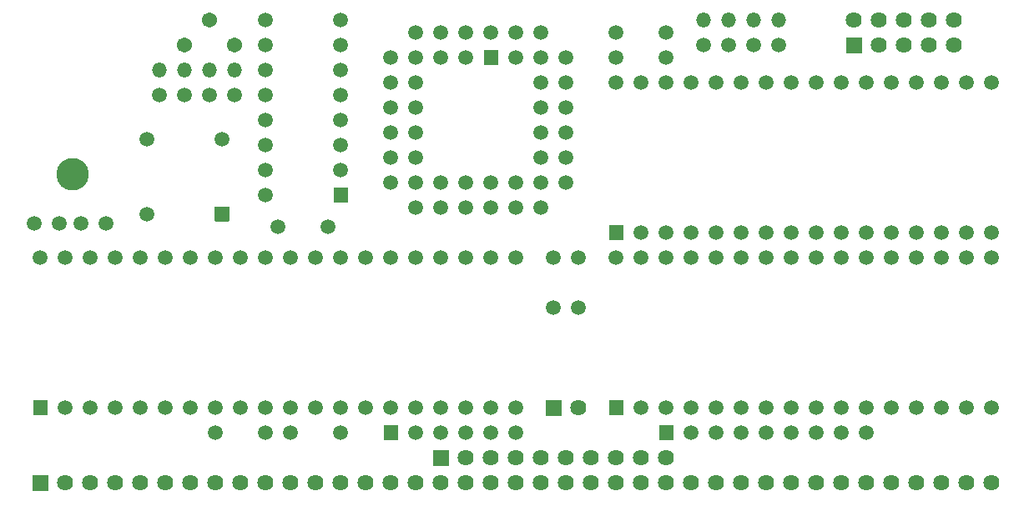
<source format=gbr>
G04 #@! TF.GenerationSoftware,KiCad,Pcbnew,(5.1.8)-1*
G04 #@! TF.CreationDate,2020-12-20T12:09:40-08:00*
G04 #@! TF.ProjectId,Z80_CPU_Memory,5a38305f-4350-4555-9f4d-656d6f72792e,rev?*
G04 #@! TF.SameCoordinates,Original*
G04 #@! TF.FileFunction,Soldermask,Top*
G04 #@! TF.FilePolarity,Negative*
%FSLAX46Y46*%
G04 Gerber Fmt 4.6, Leading zero omitted, Abs format (unit mm)*
G04 Created by KiCad (PCBNEW (5.1.8)-1) date 2020-12-20 12:09:40*
%MOMM*%
%LPD*%
G01*
G04 APERTURE LIST*
%ADD10C,1.499000*%
%ADD11C,3.302000*%
%ADD12C,1.626000*%
%ADD13O,1.502000X1.502000*%
%ADD14C,1.502000*%
%ADD15C,1.542000*%
G04 APERTURE END LIST*
G36*
G01*
X126250500Y-120078501D02*
X126250500Y-118681499D01*
G75*
G02*
X126301499Y-118630500I50999J0D01*
G01*
X127698501Y-118630500D01*
G75*
G02*
X127749500Y-118681499I0J-50999D01*
G01*
X127749500Y-120078501D01*
G75*
G02*
X127698501Y-120129500I-50999J0D01*
G01*
X126301499Y-120129500D01*
G75*
G02*
X126250500Y-120078501I0J50999D01*
G01*
G37*
D10*
X129540000Y-119380000D03*
X132080000Y-119380000D03*
X134620000Y-119380000D03*
X137160000Y-119380000D03*
X139700000Y-119380000D03*
X142240000Y-119380000D03*
X144780000Y-119380000D03*
X147320000Y-119380000D03*
X149860000Y-119380000D03*
X152400000Y-119380000D03*
X154940000Y-119380000D03*
X157480000Y-119380000D03*
X160020000Y-119380000D03*
X162560000Y-119380000D03*
X165100000Y-119380000D03*
X167640000Y-119380000D03*
X170180000Y-119380000D03*
X172720000Y-119380000D03*
X175260000Y-119380000D03*
X175260000Y-104140000D03*
X172720000Y-104140000D03*
X170180000Y-104140000D03*
X167640000Y-104140000D03*
X165100000Y-104140000D03*
X162560000Y-104140000D03*
X160020000Y-104140000D03*
X157480000Y-104140000D03*
X154940000Y-104140000D03*
X152400000Y-104140000D03*
X149860000Y-104140000D03*
X147320000Y-104140000D03*
X144780000Y-104140000D03*
X142240000Y-104140000D03*
X139700000Y-104140000D03*
X137160000Y-104140000D03*
X134620000Y-104140000D03*
X132080000Y-104140000D03*
X129540000Y-104140000D03*
X127000000Y-104140000D03*
G36*
G01*
X158178501Y-98539500D02*
X156781499Y-98539500D01*
G75*
G02*
X156730500Y-98488501I0J50999D01*
G01*
X156730500Y-97091499D01*
G75*
G02*
X156781499Y-97040500I50999J0D01*
G01*
X158178501Y-97040500D01*
G75*
G02*
X158229500Y-97091499I0J-50999D01*
G01*
X158229500Y-98488501D01*
G75*
G02*
X158178501Y-98539500I-50999J0D01*
G01*
G37*
X157480000Y-95250000D03*
X157480000Y-92710000D03*
X157480000Y-90170000D03*
X157480000Y-87630000D03*
X157480000Y-85090000D03*
X157480000Y-82550000D03*
X157480000Y-80010000D03*
X149860000Y-80010000D03*
X149860000Y-82550000D03*
X149860000Y-85090000D03*
X149860000Y-87630000D03*
X149860000Y-90170000D03*
X149860000Y-92710000D03*
X149860000Y-95250000D03*
X149860000Y-97790000D03*
G36*
G01*
X184670500Y-120078501D02*
X184670500Y-118681499D01*
G75*
G02*
X184721499Y-118630500I50999J0D01*
G01*
X186118501Y-118630500D01*
G75*
G02*
X186169500Y-118681499I0J-50999D01*
G01*
X186169500Y-120078501D01*
G75*
G02*
X186118501Y-120129500I-50999J0D01*
G01*
X184721499Y-120129500D01*
G75*
G02*
X184670500Y-120078501I0J50999D01*
G01*
G37*
X187960000Y-119380000D03*
X190500000Y-119380000D03*
X193040000Y-119380000D03*
X195580000Y-119380000D03*
X198120000Y-119380000D03*
X200660000Y-119380000D03*
X203200000Y-119380000D03*
X205740000Y-119380000D03*
X208280000Y-119380000D03*
X210820000Y-119380000D03*
X213360000Y-119380000D03*
X215900000Y-119380000D03*
X218440000Y-119380000D03*
X220980000Y-119380000D03*
X223520000Y-119380000D03*
X223520000Y-104140000D03*
X220980000Y-104140000D03*
X218440000Y-104140000D03*
X215900000Y-104140000D03*
X213360000Y-104140000D03*
X210820000Y-104140000D03*
X208280000Y-104140000D03*
X205740000Y-104140000D03*
X203200000Y-104140000D03*
X200660000Y-104140000D03*
X198120000Y-104140000D03*
X195580000Y-104140000D03*
X193040000Y-104140000D03*
X190500000Y-104140000D03*
X187960000Y-104140000D03*
X185420000Y-104140000D03*
G36*
G01*
X146113501Y-100444500D02*
X144716499Y-100444500D01*
G75*
G02*
X144665500Y-100393501I0J50999D01*
G01*
X144665500Y-98996499D01*
G75*
G02*
X144716499Y-98945500I50999J0D01*
G01*
X146113501Y-98945500D01*
G75*
G02*
X146164500Y-98996499I0J-50999D01*
G01*
X146164500Y-100393501D01*
G75*
G02*
X146113501Y-100444500I-50999J0D01*
G01*
G37*
X145415000Y-92075000D03*
X137795000Y-92075000D03*
X137795000Y-99695000D03*
D11*
X130225800Y-95631000D03*
G36*
G01*
X166827000Y-125222000D02*
X166827000Y-123698000D01*
G75*
G02*
X166878000Y-123647000I51000J0D01*
G01*
X168402000Y-123647000D01*
G75*
G02*
X168453000Y-123698000I0J-51000D01*
G01*
X168453000Y-125222000D01*
G75*
G02*
X168402000Y-125273000I-51000J0D01*
G01*
X166878000Y-125273000D01*
G75*
G02*
X166827000Y-125222000I0J51000D01*
G01*
G37*
D12*
X170180000Y-124460000D03*
X172720000Y-124460000D03*
X175260000Y-124460000D03*
X177800000Y-124460000D03*
X180340000Y-124460000D03*
X182880000Y-124460000D03*
X185420000Y-124460000D03*
X187960000Y-124460000D03*
X190500000Y-124460000D03*
G36*
G01*
X208737000Y-83312000D02*
X208737000Y-81788000D01*
G75*
G02*
X208788000Y-81737000I51000J0D01*
G01*
X210312000Y-81737000D01*
G75*
G02*
X210363000Y-81788000I0J-51000D01*
G01*
X210363000Y-83312000D01*
G75*
G02*
X210312000Y-83363000I-51000J0D01*
G01*
X208788000Y-83363000D01*
G75*
G02*
X208737000Y-83312000I0J51000D01*
G01*
G37*
X209550000Y-80010000D03*
X212090000Y-82550000D03*
X212090000Y-80010000D03*
X214630000Y-82550000D03*
X214630000Y-80010000D03*
X217170000Y-82550000D03*
X217170000Y-80010000D03*
X219710000Y-82550000D03*
X219710000Y-80010000D03*
G36*
G01*
X126187000Y-127762000D02*
X126187000Y-126238000D01*
G75*
G02*
X126238000Y-126187000I51000J0D01*
G01*
X127762000Y-126187000D01*
G75*
G02*
X127813000Y-126238000I0J-51000D01*
G01*
X127813000Y-127762000D01*
G75*
G02*
X127762000Y-127813000I-51000J0D01*
G01*
X126238000Y-127813000D01*
G75*
G02*
X126187000Y-127762000I0J51000D01*
G01*
G37*
X129540000Y-127000000D03*
X132080000Y-127000000D03*
X134620000Y-127000000D03*
X137160000Y-127000000D03*
X139700000Y-127000000D03*
X142240000Y-127000000D03*
X144780000Y-127000000D03*
X147320000Y-127000000D03*
X149860000Y-127000000D03*
X152400000Y-127000000D03*
X154940000Y-127000000D03*
X157480000Y-127000000D03*
X160020000Y-127000000D03*
X162560000Y-127000000D03*
X165100000Y-127000000D03*
X167640000Y-127000000D03*
X170180000Y-127000000D03*
X172720000Y-127000000D03*
X175260000Y-127000000D03*
X177800000Y-127000000D03*
X180340000Y-127000000D03*
X182880000Y-127000000D03*
X185420000Y-127000000D03*
X187960000Y-127000000D03*
X190500000Y-127000000D03*
X193040000Y-127000000D03*
X195580000Y-127000000D03*
X198120000Y-127000000D03*
X200660000Y-127000000D03*
X203200000Y-127000000D03*
X205740000Y-127000000D03*
X208280000Y-127000000D03*
X210820000Y-127000000D03*
X213360000Y-127000000D03*
X215900000Y-127000000D03*
X218440000Y-127000000D03*
X220980000Y-127000000D03*
X223520000Y-127000000D03*
D10*
X152400000Y-121920000D03*
X157480000Y-121920000D03*
X190500000Y-83820000D03*
X185420000Y-83820000D03*
X181610000Y-104140000D03*
X181610000Y-109220000D03*
X179070000Y-109220000D03*
X179070000Y-104140000D03*
X156210000Y-100965000D03*
X151130000Y-100965000D03*
X185420000Y-81280000D03*
X190500000Y-81280000D03*
X149860000Y-121920000D03*
X144780000Y-121920000D03*
X128905000Y-100647500D03*
X126365000Y-100647500D03*
X131127500Y-100647500D03*
X133667500Y-100647500D03*
G36*
G01*
X189750500Y-122618501D02*
X189750500Y-121221499D01*
G75*
G02*
X189801499Y-121170500I50999J0D01*
G01*
X191198501Y-121170500D01*
G75*
G02*
X191249500Y-121221499I0J-50999D01*
G01*
X191249500Y-122618501D01*
G75*
G02*
X191198501Y-122669500I-50999J0D01*
G01*
X189801499Y-122669500D01*
G75*
G02*
X189750500Y-122618501I0J50999D01*
G01*
G37*
X193040000Y-121920000D03*
X195580000Y-121920000D03*
X198120000Y-121920000D03*
X200660000Y-121920000D03*
X203200000Y-121920000D03*
X205740000Y-121920000D03*
X208280000Y-121920000D03*
X210820000Y-121920000D03*
G36*
G01*
X161810500Y-122618501D02*
X161810500Y-121221499D01*
G75*
G02*
X161861499Y-121170500I50999J0D01*
G01*
X163258501Y-121170500D01*
G75*
G02*
X163309500Y-121221499I0J-50999D01*
G01*
X163309500Y-122618501D01*
G75*
G02*
X163258501Y-122669500I-50999J0D01*
G01*
X161861499Y-122669500D01*
G75*
G02*
X161810500Y-122618501I0J50999D01*
G01*
G37*
X165100000Y-121920000D03*
X167640000Y-121920000D03*
X170180000Y-121920000D03*
X172720000Y-121920000D03*
X175260000Y-121920000D03*
X185420000Y-86360000D03*
X187960000Y-86360000D03*
X190500000Y-86360000D03*
X193040000Y-86360000D03*
X195580000Y-86360000D03*
X198120000Y-86360000D03*
X200660000Y-86360000D03*
X203200000Y-86360000D03*
X205740000Y-86360000D03*
X208280000Y-86360000D03*
X210820000Y-86360000D03*
X213360000Y-86360000D03*
X215900000Y-86360000D03*
X218440000Y-86360000D03*
X220980000Y-86360000D03*
X223520000Y-86360000D03*
X223520000Y-101600000D03*
X220980000Y-101600000D03*
X218440000Y-101600000D03*
X215900000Y-101600000D03*
X213360000Y-101600000D03*
X210820000Y-101600000D03*
X208280000Y-101600000D03*
X205740000Y-101600000D03*
X203200000Y-101600000D03*
X200660000Y-101600000D03*
X198120000Y-101600000D03*
X195580000Y-101600000D03*
X193040000Y-101600000D03*
X190500000Y-101600000D03*
X187960000Y-101600000D03*
G36*
G01*
X184670500Y-102298501D02*
X184670500Y-100901499D01*
G75*
G02*
X184721499Y-100850500I50999J0D01*
G01*
X186118501Y-100850500D01*
G75*
G02*
X186169500Y-100901499I0J-50999D01*
G01*
X186169500Y-102298501D01*
G75*
G02*
X186118501Y-102349500I-50999J0D01*
G01*
X184721499Y-102349500D01*
G75*
G02*
X184670500Y-102298501I0J50999D01*
G01*
G37*
G36*
G01*
X172021499Y-83070500D02*
X173418501Y-83070500D01*
G75*
G02*
X173469500Y-83121499I0J-50999D01*
G01*
X173469500Y-84518501D01*
G75*
G02*
X173418501Y-84569500I-50999J0D01*
G01*
X172021499Y-84569500D01*
G75*
G02*
X171970500Y-84518501I0J50999D01*
G01*
X171970500Y-83121499D01*
G75*
G02*
X172021499Y-83070500I50999J0D01*
G01*
G37*
X170180000Y-81280000D03*
X170180000Y-83820000D03*
X167640000Y-81280000D03*
X167640000Y-83820000D03*
X165100000Y-81280000D03*
X162560000Y-83820000D03*
X165100000Y-83820000D03*
X162560000Y-86360000D03*
X165100000Y-86360000D03*
X162560000Y-88900000D03*
X165100000Y-88900000D03*
X162560000Y-91440000D03*
X165100000Y-91440000D03*
X162560000Y-93980000D03*
X165100000Y-93980000D03*
X162560000Y-96520000D03*
X165100000Y-99060000D03*
X165100000Y-96520000D03*
X167640000Y-99060000D03*
X167640000Y-96520000D03*
X170180000Y-99060000D03*
X170180000Y-96520000D03*
X172720000Y-99060000D03*
X172720000Y-96520000D03*
X175260000Y-99060000D03*
X175260000Y-96520000D03*
X177800000Y-99060000D03*
X180340000Y-96520000D03*
X177800000Y-96520000D03*
X180340000Y-93980000D03*
X177800000Y-93980000D03*
X180340000Y-91440000D03*
X177800000Y-91440000D03*
X180340000Y-88900000D03*
X177800000Y-88900000D03*
X180340000Y-86360000D03*
X177800000Y-86360000D03*
X180340000Y-83820000D03*
X177800000Y-81280000D03*
X177800000Y-83820000D03*
X175260000Y-81280000D03*
X175260000Y-83820000D03*
X172720000Y-81280000D03*
G36*
G01*
X178257000Y-120142000D02*
X178257000Y-118618000D01*
G75*
G02*
X178308000Y-118567000I51000J0D01*
G01*
X179832000Y-118567000D01*
G75*
G02*
X179883000Y-118618000I0J-51000D01*
G01*
X179883000Y-120142000D01*
G75*
G02*
X179832000Y-120193000I-51000J0D01*
G01*
X178308000Y-120193000D01*
G75*
G02*
X178257000Y-120142000I0J51000D01*
G01*
G37*
D12*
X181610000Y-119380000D03*
D13*
X139065000Y-85090000D03*
D14*
X139065000Y-87630000D03*
X141605000Y-87630000D03*
D13*
X141605000Y-85090000D03*
D14*
X201930000Y-82550000D03*
D13*
X201930000Y-80010000D03*
X199390000Y-80010000D03*
D14*
X199390000Y-82550000D03*
X196850000Y-82550000D03*
D13*
X196850000Y-80010000D03*
X194310000Y-80010000D03*
D14*
X194310000Y-82550000D03*
D13*
X146685000Y-85090000D03*
D14*
X146685000Y-87630000D03*
X144145000Y-87630000D03*
D13*
X144145000Y-85090000D03*
D15*
X141605000Y-82550000D03*
X144145000Y-80010000D03*
X146685000Y-82550000D03*
M02*

</source>
